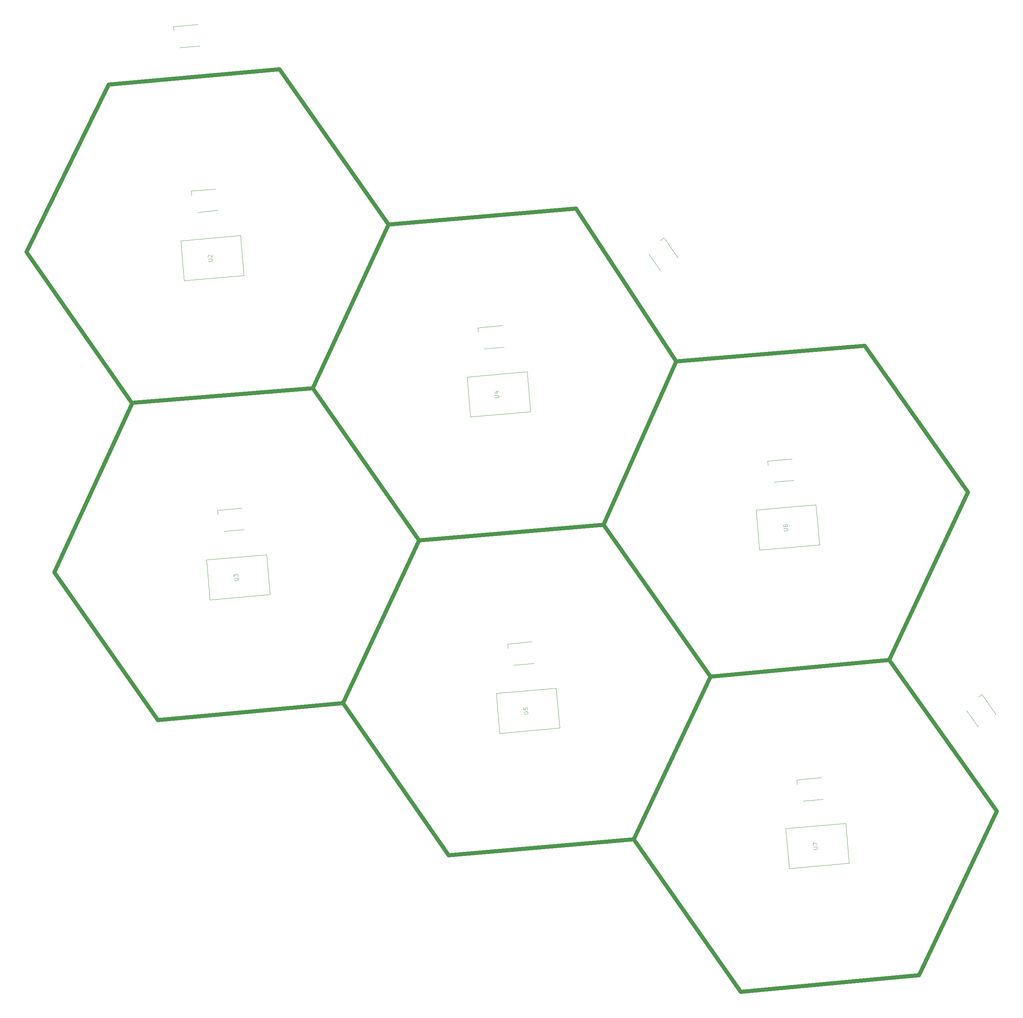
<source format=gbr>
%TF.GenerationSoftware,KiCad,Pcbnew,7.0.10-7.0.10~ubuntu22.04.1*%
%TF.CreationDate,2025-04-20T11:22:11+07:00*%
%TF.ProjectId,catan100,63617461-6e31-4303-902e-6b696361645f,rev?*%
%TF.SameCoordinates,Original*%
%TF.FileFunction,Legend,Top*%
%TF.FilePolarity,Positive*%
%FSLAX46Y46*%
G04 Gerber Fmt 4.6, Leading zero omitted, Abs format (unit mm)*
G04 Created by KiCad (PCBNEW 7.0.10-7.0.10~ubuntu22.04.1) date 2025-04-20 11:22:11*
%MOMM*%
%LPD*%
G01*
G04 APERTURE LIST*
%ADD10C,1.000000*%
%ADD11C,0.100000*%
%ADD12C,0.120000*%
G04 APERTURE END LIST*
D10*
X121250000Y-74500000D02*
X94081600Y-35814000D01*
X30962600Y-81356200D02*
X51511200Y-39624000D01*
X37922200Y-161163000D02*
X63754000Y-197993000D01*
X174853600Y-149275800D02*
X128879600Y-153187400D01*
X30962600Y-81356200D02*
X57251600Y-118897400D01*
X57250000Y-119250000D02*
X37922200Y-161163000D01*
X168000000Y-70500000D02*
X121250000Y-74500000D01*
X253517400Y-261620000D02*
X272846800Y-220700600D01*
X265684000Y-141224000D02*
X239953800Y-104698800D01*
X128879600Y-153187400D02*
X109880400Y-193751200D01*
X182346600Y-227685600D02*
X209067400Y-265709400D01*
X109880400Y-193751200D02*
X136271000Y-231724200D01*
X201498200Y-187121800D02*
X174853600Y-149275800D01*
X51511200Y-39624000D02*
X94081600Y-35814000D01*
X63754000Y-197993000D02*
X109880400Y-193751200D01*
X192989200Y-108559600D02*
X174853600Y-149275800D01*
X209067400Y-265709400D02*
X253517400Y-261620000D01*
X201498200Y-187121800D02*
X182346600Y-227685600D01*
X272846800Y-220700600D02*
X246075200Y-183032400D01*
X136271000Y-231724200D02*
X182346600Y-227685600D01*
X246075200Y-183032400D02*
X201498200Y-187121800D01*
X102362000Y-115265200D02*
X121250000Y-74500000D01*
X239953800Y-104698800D02*
X192989200Y-108559600D01*
X192989200Y-108559600D02*
X168000000Y-70500000D01*
X246075200Y-183032400D02*
X265684000Y-141224000D01*
X57251600Y-118897400D02*
X102362000Y-115265200D01*
X102362000Y-115265200D02*
X128879600Y-153187400D01*
D11*
X147744791Y-117639072D02*
X148551234Y-117568517D01*
X148551234Y-117568517D02*
X148641959Y-117512779D01*
X148641959Y-117512779D02*
X148685247Y-117461191D01*
X148685247Y-117461191D02*
X148724384Y-117362165D01*
X148724384Y-117362165D02*
X148707783Y-117172414D01*
X148707783Y-117172414D02*
X148652045Y-117081688D01*
X148652045Y-117081688D02*
X148600457Y-117038401D01*
X148600457Y-117038401D02*
X148501431Y-116999263D01*
X148501431Y-116999263D02*
X147694987Y-117069818D01*
X147948197Y-116139447D02*
X148612327Y-116081343D01*
X147589446Y-116409838D02*
X148321765Y-116584774D01*
X148321765Y-116584774D02*
X148267811Y-115968082D01*
X219774985Y-150807925D02*
X220581428Y-150737370D01*
X220581428Y-150737370D02*
X220672153Y-150681632D01*
X220672153Y-150681632D02*
X220715441Y-150630044D01*
X220715441Y-150630044D02*
X220754578Y-150531018D01*
X220754578Y-150531018D02*
X220737977Y-150341267D01*
X220737977Y-150341267D02*
X220682239Y-150250541D01*
X220682239Y-150250541D02*
X220630651Y-150207254D01*
X220630651Y-150207254D02*
X220531625Y-150168116D01*
X220531625Y-150168116D02*
X219725181Y-150238671D01*
X219646326Y-149337352D02*
X219662927Y-149527103D01*
X219662927Y-149527103D02*
X219718666Y-149617829D01*
X219718666Y-149617829D02*
X219770254Y-149661116D01*
X219770254Y-149661116D02*
X219920868Y-149743541D01*
X219920868Y-149743541D02*
X220114769Y-149774378D01*
X220114769Y-149774378D02*
X220494272Y-149741176D01*
X220494272Y-149741176D02*
X220584998Y-149685437D01*
X220584998Y-149685437D02*
X220628285Y-149633849D01*
X220628285Y-149633849D02*
X220667422Y-149534823D01*
X220667422Y-149534823D02*
X220650821Y-149345072D01*
X220650821Y-149345072D02*
X220595083Y-149254346D01*
X220595083Y-149254346D02*
X220543495Y-149211059D01*
X220543495Y-149211059D02*
X220444469Y-149171922D01*
X220444469Y-149171922D02*
X220207280Y-149192673D01*
X220207280Y-149192673D02*
X220116554Y-149248411D01*
X220116554Y-149248411D02*
X220073267Y-149299999D01*
X220073267Y-149299999D02*
X220034129Y-149399025D01*
X220034129Y-149399025D02*
X220050731Y-149588777D01*
X220050731Y-149588777D02*
X220106469Y-149679502D01*
X220106469Y-149679502D02*
X220158057Y-149722790D01*
X220158057Y-149722790D02*
X220257083Y-149761927D01*
X227191785Y-230208325D02*
X227998228Y-230137770D01*
X227998228Y-230137770D02*
X228088953Y-230082032D01*
X228088953Y-230082032D02*
X228132241Y-230030444D01*
X228132241Y-230030444D02*
X228171378Y-229931418D01*
X228171378Y-229931418D02*
X228154777Y-229741667D01*
X228154777Y-229741667D02*
X228099039Y-229650941D01*
X228099039Y-229650941D02*
X228047451Y-229607654D01*
X228047451Y-229607654D02*
X227948425Y-229568516D01*
X227948425Y-229568516D02*
X227141981Y-229639071D01*
X227108779Y-229259568D02*
X227050675Y-228595438D01*
X227050675Y-228595438D02*
X228084222Y-228935223D01*
X76331520Y-83682949D02*
X77137963Y-83612394D01*
X77137963Y-83612394D02*
X77228688Y-83556656D01*
X77228688Y-83556656D02*
X77271976Y-83505068D01*
X77271976Y-83505068D02*
X77311113Y-83406042D01*
X77311113Y-83406042D02*
X77294512Y-83216291D01*
X77294512Y-83216291D02*
X77238774Y-83125565D01*
X77238774Y-83125565D02*
X77187186Y-83082278D01*
X77187186Y-83082278D02*
X77088160Y-83043140D01*
X77088160Y-83043140D02*
X76281716Y-83113695D01*
X76339240Y-82678454D02*
X76287651Y-82635166D01*
X76287651Y-82635166D02*
X76231913Y-82544441D01*
X76231913Y-82544441D02*
X76211162Y-82307252D01*
X76211162Y-82307252D02*
X76250299Y-82208226D01*
X76250299Y-82208226D02*
X76293587Y-82156638D01*
X76293587Y-82156638D02*
X76384312Y-82100899D01*
X76384312Y-82100899D02*
X76479188Y-82092599D01*
X76479188Y-82092599D02*
X76625651Y-82127586D01*
X76625651Y-82127586D02*
X77244709Y-82647036D01*
X77244709Y-82647036D02*
X77190755Y-82030345D01*
X155009191Y-196506072D02*
X155815634Y-196435517D01*
X155815634Y-196435517D02*
X155906359Y-196379779D01*
X155906359Y-196379779D02*
X155949647Y-196328191D01*
X155949647Y-196328191D02*
X155988784Y-196229165D01*
X155988784Y-196229165D02*
X155972183Y-196039414D01*
X155972183Y-196039414D02*
X155916445Y-195948688D01*
X155916445Y-195948688D02*
X155864857Y-195905401D01*
X155864857Y-195905401D02*
X155765831Y-195866263D01*
X155765831Y-195866263D02*
X154959387Y-195936818D01*
X154876382Y-194988061D02*
X154917885Y-195462440D01*
X154917885Y-195462440D02*
X155396413Y-195468375D01*
X155396413Y-195468375D02*
X155344825Y-195425087D01*
X155344825Y-195425087D02*
X155289087Y-195334362D01*
X155289087Y-195334362D02*
X155268335Y-195097172D01*
X155268335Y-195097172D02*
X155307473Y-194998146D01*
X155307473Y-194998146D02*
X155350760Y-194946558D01*
X155350760Y-194946558D02*
X155441486Y-194890820D01*
X155441486Y-194890820D02*
X155678675Y-194870069D01*
X155678675Y-194870069D02*
X155777701Y-194909206D01*
X155777701Y-194909206D02*
X155829289Y-194952493D01*
X155829289Y-194952493D02*
X155885027Y-195043219D01*
X155885027Y-195043219D02*
X155905779Y-195280408D01*
X155905779Y-195280408D02*
X155866641Y-195379434D01*
X155866641Y-195379434D02*
X155823354Y-195431022D01*
X82808520Y-163210349D02*
X83614963Y-163139794D01*
X83614963Y-163139794D02*
X83705688Y-163084056D01*
X83705688Y-163084056D02*
X83748976Y-163032468D01*
X83748976Y-163032468D02*
X83788113Y-162933442D01*
X83788113Y-162933442D02*
X83771512Y-162743691D01*
X83771512Y-162743691D02*
X83715774Y-162652965D01*
X83715774Y-162652965D02*
X83664186Y-162609678D01*
X83664186Y-162609678D02*
X83565160Y-162570540D01*
X83565160Y-162570540D02*
X82758716Y-162641095D01*
X82725514Y-162261592D02*
X82671561Y-161644900D01*
X82671561Y-161644900D02*
X83080115Y-161943763D01*
X83080115Y-161943763D02*
X83067664Y-161801449D01*
X83067664Y-161801449D02*
X83106802Y-161702423D01*
X83106802Y-161702423D02*
X83150089Y-161650835D01*
X83150089Y-161650835D02*
X83240815Y-161595097D01*
X83240815Y-161595097D02*
X83478004Y-161574346D01*
X83478004Y-161574346D02*
X83577030Y-161613483D01*
X83577030Y-161613483D02*
X83628618Y-161656770D01*
X83628618Y-161656770D02*
X83684356Y-161747496D01*
X83684356Y-161747496D02*
X83709258Y-162032123D01*
X83709258Y-162032123D02*
X83670121Y-162131149D01*
X83670121Y-162131149D02*
X83626833Y-162182737D01*
D12*
%TO.C,D8*%
X189910235Y-77798396D02*
X193409052Y-82795224D01*
X189009168Y-78429330D02*
X189910235Y-77798396D01*
X188985631Y-85892536D02*
X186117748Y-81796776D01*
%TO.C,D7*%
X67603179Y-25106835D02*
X73679966Y-24575185D01*
X67699050Y-26202649D02*
X67603179Y-25106835D01*
X74150607Y-29954636D02*
X69169634Y-30390415D01*
%TO.C,D2*%
X78593876Y-145678340D02*
X84670663Y-145146690D01*
X78689747Y-146774154D02*
X78593876Y-145678340D01*
X85141304Y-150526141D02*
X80160331Y-150961920D01*
%TO.C,D6*%
X223025779Y-212863635D02*
X229102566Y-212331985D01*
X223121650Y-213959449D02*
X223025779Y-212863635D01*
X229573207Y-217711436D02*
X224592234Y-218147215D01*
D11*
%TO.C,U4*%
X156624239Y-121116505D02*
X141681318Y-122423842D01*
X141681318Y-122423842D02*
X140809761Y-112461895D01*
X140809761Y-112461895D02*
X155752682Y-111154558D01*
X155752682Y-111154558D02*
X156624239Y-121116505D01*
D12*
%TO.C,D1*%
X72073579Y-66102435D02*
X78150366Y-65570785D01*
X72169450Y-67198249D02*
X72073579Y-66102435D01*
X78621007Y-70950236D02*
X73640034Y-71386015D01*
D11*
%TO.C,U6*%
X228654433Y-154285358D02*
X213711512Y-155592695D01*
X213711512Y-155592695D02*
X212839955Y-145630748D01*
X212839955Y-145630748D02*
X227782876Y-144323411D01*
X227782876Y-144323411D02*
X228654433Y-154285358D01*
%TO.C,U7*%
X236071233Y-233685758D02*
X221128312Y-234993095D01*
X221128312Y-234993095D02*
X220256755Y-225031148D01*
X220256755Y-225031148D02*
X235199676Y-223723811D01*
X235199676Y-223723811D02*
X236071233Y-233685758D01*
%TO.C,U2*%
X85210968Y-87160382D02*
X70268047Y-88467719D01*
X70268047Y-88467719D02*
X69396490Y-78505772D01*
X69396490Y-78505772D02*
X84339411Y-77198435D01*
X84339411Y-77198435D02*
X85210968Y-87160382D01*
D12*
%TO.C,D3*%
X143498379Y-100189235D02*
X149575166Y-99657585D01*
X143594250Y-101285049D02*
X143498379Y-100189235D01*
X150045807Y-105037036D02*
X145064834Y-105472815D01*
%TO.C,D4*%
X150915179Y-179005435D02*
X156991966Y-178473785D01*
X151011050Y-180101249D02*
X150915179Y-179005435D01*
X157462607Y-183853236D02*
X152481634Y-184289015D01*
D11*
%TO.C,U5*%
X163888639Y-199983505D02*
X148945718Y-201290842D01*
X148945718Y-201290842D02*
X148074161Y-191328895D01*
X148074161Y-191328895D02*
X163017082Y-190021558D01*
X163017082Y-190021558D02*
X163888639Y-199983505D01*
D12*
%TO.C,D9*%
X269158235Y-191590396D02*
X272657052Y-196587224D01*
X268257168Y-192221330D02*
X269158235Y-191590396D01*
X268233631Y-199684536D02*
X265365748Y-195588776D01*
%TO.C,D5*%
X215736947Y-133387035D02*
X221813734Y-132855385D01*
X215832818Y-134482849D02*
X215736947Y-133387035D01*
X222284375Y-138234836D02*
X217303402Y-138670615D01*
D11*
%TO.C,U3*%
X91687968Y-166687782D02*
X76745047Y-167995119D01*
X76745047Y-167995119D02*
X75873490Y-158033172D01*
X75873490Y-158033172D02*
X90816411Y-156725835D01*
X90816411Y-156725835D02*
X91687968Y-166687782D01*
%TD*%
M02*

</source>
